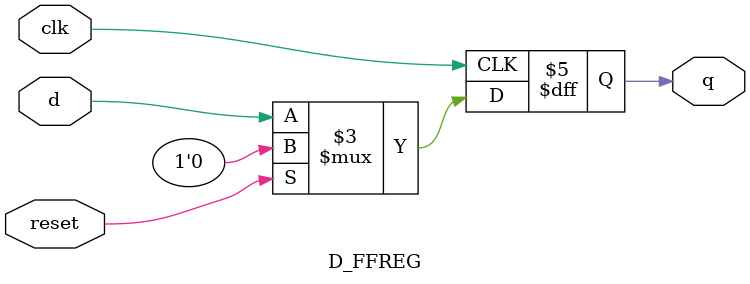
<source format=sv>
module D_FF (q, d, reset, clk);
	output reg q;
	input d, reset, clk;
	
	always_ff @(posedge clk)
	if (reset)
		q <= 0; // On reset, set to 0
	else
		q <= d; // Otherwise out = d
endmodule

module D_FFREG (q, d, reset, clk);
	output reg q;
	input d, reset, clk;
	
	always_ff @(negedge clk)
	if (reset)
		q <= 0; // On reset, set to 0
	else
		q <= d; // Otherwise out = d
endmodule
</source>
